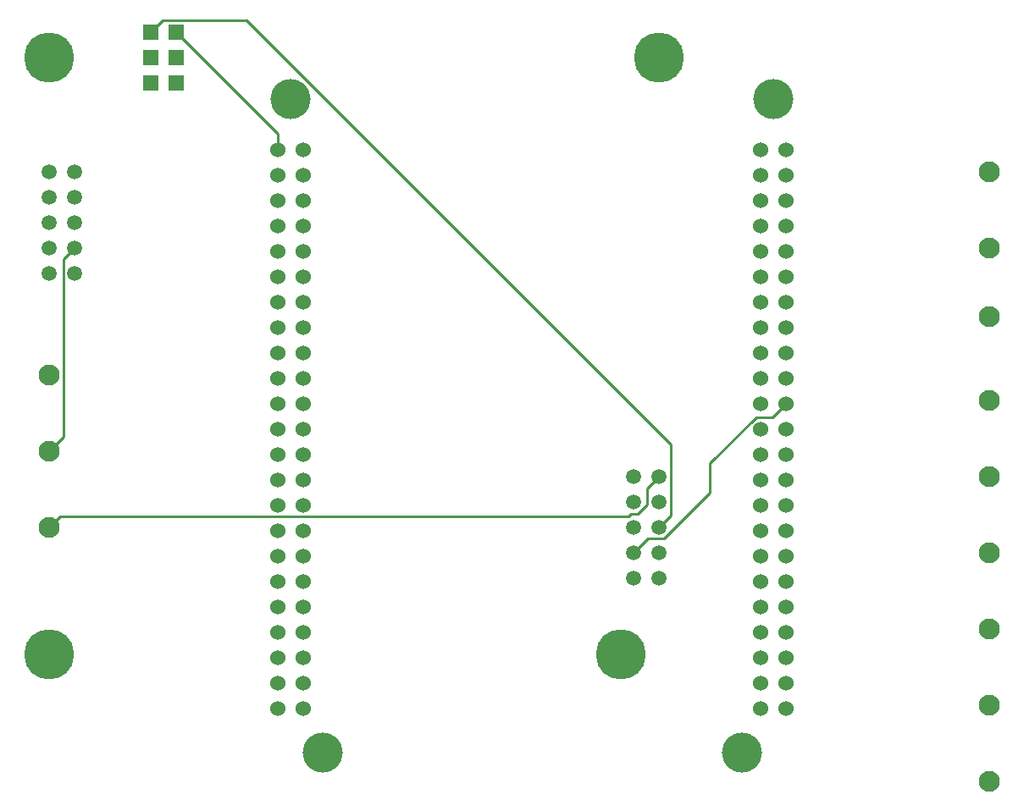
<source format=gbr>
G04 Layer_Physical_Order=2*
G04 Layer_Color=16711680*
%FSLAX26Y26*%
%MOIN*%
%TF.FileFunction,Copper,L2,Bot,Signal*%
%TF.Part,Single*%
G01*
G75*
%TA.AperFunction,Conductor*%
%ADD11C,0.010000*%
%TA.AperFunction,ComponentPad*%
%ADD12C,0.082677*%
%ADD13R,0.060000X0.060000*%
%ADD14C,0.060000*%
%ADD15C,0.157480*%
%TA.AperFunction,ViaPad*%
%ADD16C,0.196850*%
%TA.AperFunction,ComponentPad*%
%ADD17C,0.059055*%
D11*
X55472Y1555472D02*
X100000Y1600000D01*
X55472Y1209535D02*
Y1555472D01*
Y1209535D02*
X56339Y1208668D01*
Y856339D02*
Y1208668D01*
X0Y800000D02*
X56339Y856339D01*
X42500Y542500D02*
X2279528D01*
X2290232Y553204D02*
X2316175D01*
X2353394Y590423D01*
Y653394D01*
X2279528Y542500D02*
X2290232Y553204D01*
X2353394Y653394D02*
X2400000Y700000D01*
X0Y500000D02*
X42500Y542500D01*
X400000Y2450000D02*
X445000Y2495000D01*
X775069D02*
X2444528Y825541D01*
X2400000Y500000D02*
X2444528Y544528D01*
X2845000Y932500D02*
X2900000Y987500D01*
X2781360Y932500D02*
X2845000D01*
X2599902Y751042D02*
X2781360Y932500D01*
X2300000Y400000D02*
X2355472Y455472D01*
X2418444D01*
X2599902Y636931D02*
Y751042D01*
X2418444Y455472D02*
X2599902Y636931D01*
X900000Y1987500D02*
Y2050000D01*
X500000Y2450000D02*
X900000Y2050000D01*
X2444528Y544528D02*
Y825541D01*
X445000Y2495000D02*
X775069D01*
D12*
X3700000Y1900000D02*
D03*
Y1330000D02*
D03*
Y400000D02*
D03*
Y-200000D02*
D03*
Y100000D02*
D03*
Y1600000D02*
D03*
Y700000D02*
D03*
Y1000000D02*
D03*
X0Y500000D02*
D03*
X3700000Y-500000D02*
D03*
X0Y800000D02*
D03*
Y1100000D02*
D03*
D13*
X500000Y2250000D02*
D03*
Y2350000D02*
D03*
Y2450000D02*
D03*
X400000D02*
D03*
Y2350000D02*
D03*
Y2250000D02*
D03*
D14*
X900000Y1987500D02*
D03*
X2800000Y-212500D02*
D03*
Y-112500D02*
D03*
Y-12500D02*
D03*
Y87500D02*
D03*
Y187500D02*
D03*
Y287500D02*
D03*
Y387500D02*
D03*
Y487500D02*
D03*
Y587500D02*
D03*
Y687500D02*
D03*
Y787500D02*
D03*
Y887500D02*
D03*
Y987500D02*
D03*
Y1087500D02*
D03*
Y1187500D02*
D03*
Y1287500D02*
D03*
Y1387500D02*
D03*
Y1487500D02*
D03*
Y1587500D02*
D03*
Y1687500D02*
D03*
Y1787500D02*
D03*
Y1887500D02*
D03*
X2900000Y-212500D02*
D03*
Y-112500D02*
D03*
Y-12500D02*
D03*
Y87500D02*
D03*
Y187500D02*
D03*
Y287500D02*
D03*
Y387500D02*
D03*
Y487500D02*
D03*
Y587500D02*
D03*
Y687500D02*
D03*
Y787500D02*
D03*
Y887500D02*
D03*
Y987500D02*
D03*
Y1087500D02*
D03*
Y1187500D02*
D03*
Y1287500D02*
D03*
Y1387500D02*
D03*
Y1487500D02*
D03*
Y1587500D02*
D03*
Y1687500D02*
D03*
Y1787500D02*
D03*
Y1887500D02*
D03*
Y1987500D02*
D03*
X2800000D02*
D03*
X900000Y-212500D02*
D03*
Y-112500D02*
D03*
Y-12500D02*
D03*
Y87500D02*
D03*
Y187500D02*
D03*
Y287500D02*
D03*
Y387500D02*
D03*
Y487500D02*
D03*
Y587500D02*
D03*
Y687500D02*
D03*
Y787500D02*
D03*
Y887500D02*
D03*
Y987500D02*
D03*
Y1087500D02*
D03*
Y1187500D02*
D03*
Y1287500D02*
D03*
Y1387500D02*
D03*
Y1487500D02*
D03*
Y1587500D02*
D03*
Y1687500D02*
D03*
Y1787500D02*
D03*
Y1887500D02*
D03*
X1000000Y-212500D02*
D03*
Y-112500D02*
D03*
Y-12500D02*
D03*
Y87500D02*
D03*
Y187500D02*
D03*
Y287500D02*
D03*
Y387500D02*
D03*
Y487500D02*
D03*
Y587500D02*
D03*
Y687500D02*
D03*
Y787500D02*
D03*
Y887500D02*
D03*
Y987500D02*
D03*
Y1087500D02*
D03*
Y1187500D02*
D03*
Y1287500D02*
D03*
Y1387500D02*
D03*
Y1487500D02*
D03*
Y1587500D02*
D03*
Y1687500D02*
D03*
Y1787500D02*
D03*
Y1887500D02*
D03*
Y1987500D02*
D03*
D15*
X1075000Y-387500D02*
D03*
X2725000D02*
D03*
X2850000Y2187500D02*
D03*
X950000D02*
D03*
D16*
X0Y2350000D02*
D03*
X2400000D02*
D03*
X2250000Y0D02*
D03*
X0D02*
D03*
D17*
X2400000Y700000D02*
D03*
Y600000D02*
D03*
Y500000D02*
D03*
Y400000D02*
D03*
Y300000D02*
D03*
X2300000Y700000D02*
D03*
Y600000D02*
D03*
Y500000D02*
D03*
Y400000D02*
D03*
Y300000D02*
D03*
X100000Y1900000D02*
D03*
Y1800000D02*
D03*
Y1700000D02*
D03*
Y1600000D02*
D03*
Y1500000D02*
D03*
X0Y1900000D02*
D03*
Y1800000D02*
D03*
Y1700000D02*
D03*
Y1600000D02*
D03*
Y1500000D02*
D03*
%TF.MD5,b8badb5188d81896b8be520b8c6d355c*%
M02*

</source>
